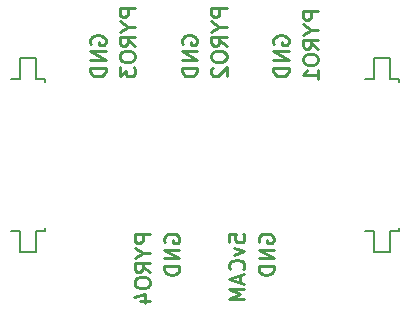
<source format=gbo>
G04 #@! TF.GenerationSoftware,KiCad,Pcbnew,no-vcs-found-d3b382c~59~ubuntu16.04.1*
G04 #@! TF.CreationDate,2017-07-25T02:28:45+01:00*
G04 #@! TF.ProjectId,breakout,627265616B6F75742E6B696361645F70,rev?*
G04 #@! TF.SameCoordinates,Original
G04 #@! TF.FileFunction,Legend,Bot*
G04 #@! TF.FilePolarity,Positive*
%FSLAX46Y46*%
G04 Gerber Fmt 4.6, Leading zero omitted, Abs format (unit mm)*
G04 Created by KiCad (PCBNEW no-vcs-found-d3b382c~59~ubuntu16.04.1) date Tue Jul 25 02:28:45 2017*
%MOMM*%
%LPD*%
G01*
G04 APERTURE LIST*
%ADD10C,0.250000*%
%ADD11C,0.150000*%
%ADD12C,1.800000*%
%ADD13C,1.200000*%
%ADD14R,2.220000X0.740000*%
G04 APERTURE END LIST*
D10*
X105850000Y-90616071D02*
X105788095Y-90492261D01*
X105788095Y-90306547D01*
X105850000Y-90120833D01*
X105973809Y-89997023D01*
X106097619Y-89935119D01*
X106345238Y-89873214D01*
X106530952Y-89873214D01*
X106778571Y-89935119D01*
X106902380Y-89997023D01*
X107026190Y-90120833D01*
X107088095Y-90306547D01*
X107088095Y-90430357D01*
X107026190Y-90616071D01*
X106964285Y-90677976D01*
X106530952Y-90677976D01*
X106530952Y-90430357D01*
X107088095Y-91235119D02*
X105788095Y-91235119D01*
X107088095Y-91977976D01*
X105788095Y-91977976D01*
X107088095Y-92597023D02*
X105788095Y-92597023D01*
X105788095Y-92906547D01*
X105850000Y-93092261D01*
X105973809Y-93216071D01*
X106097619Y-93277976D01*
X106345238Y-93339880D01*
X106530952Y-93339880D01*
X106778571Y-93277976D01*
X106902380Y-93216071D01*
X107026190Y-93092261D01*
X107088095Y-92906547D01*
X107088095Y-92597023D01*
X109588095Y-87832738D02*
X108288095Y-87832738D01*
X108288095Y-88327976D01*
X108350000Y-88451785D01*
X108411904Y-88513690D01*
X108535714Y-88575595D01*
X108721428Y-88575595D01*
X108845238Y-88513690D01*
X108907142Y-88451785D01*
X108969047Y-88327976D01*
X108969047Y-87832738D01*
X108969047Y-89380357D02*
X109588095Y-89380357D01*
X108288095Y-88947023D02*
X108969047Y-89380357D01*
X108288095Y-89813690D01*
X109588095Y-90989880D02*
X108969047Y-90556547D01*
X109588095Y-90247023D02*
X108288095Y-90247023D01*
X108288095Y-90742261D01*
X108350000Y-90866071D01*
X108411904Y-90927976D01*
X108535714Y-90989880D01*
X108721428Y-90989880D01*
X108845238Y-90927976D01*
X108907142Y-90866071D01*
X108969047Y-90742261D01*
X108969047Y-90247023D01*
X108288095Y-91794642D02*
X108288095Y-92042261D01*
X108350000Y-92166071D01*
X108473809Y-92289880D01*
X108721428Y-92351785D01*
X109154761Y-92351785D01*
X109402380Y-92289880D01*
X109526190Y-92166071D01*
X109588095Y-92042261D01*
X109588095Y-91794642D01*
X109526190Y-91670833D01*
X109402380Y-91547023D01*
X109154761Y-91485119D01*
X108721428Y-91485119D01*
X108473809Y-91547023D01*
X108350000Y-91670833D01*
X108288095Y-91794642D01*
X109588095Y-93589880D02*
X109588095Y-92847023D01*
X109588095Y-93218452D02*
X108288095Y-93218452D01*
X108473809Y-93094642D01*
X108597619Y-92970833D01*
X108659523Y-92847023D01*
X98100000Y-90616071D02*
X98038095Y-90492261D01*
X98038095Y-90306547D01*
X98100000Y-90120833D01*
X98223809Y-89997023D01*
X98347619Y-89935119D01*
X98595238Y-89873214D01*
X98780952Y-89873214D01*
X99028571Y-89935119D01*
X99152380Y-89997023D01*
X99276190Y-90120833D01*
X99338095Y-90306547D01*
X99338095Y-90430357D01*
X99276190Y-90616071D01*
X99214285Y-90677976D01*
X98780952Y-90677976D01*
X98780952Y-90430357D01*
X99338095Y-91235119D02*
X98038095Y-91235119D01*
X99338095Y-91977976D01*
X98038095Y-91977976D01*
X99338095Y-92597023D02*
X98038095Y-92597023D01*
X98038095Y-92906547D01*
X98100000Y-93092261D01*
X98223809Y-93216071D01*
X98347619Y-93277976D01*
X98595238Y-93339880D01*
X98780952Y-93339880D01*
X99028571Y-93277976D01*
X99152380Y-93216071D01*
X99276190Y-93092261D01*
X99338095Y-92906547D01*
X99338095Y-92597023D01*
X101838095Y-87582738D02*
X100538095Y-87582738D01*
X100538095Y-88077976D01*
X100600000Y-88201785D01*
X100661904Y-88263690D01*
X100785714Y-88325595D01*
X100971428Y-88325595D01*
X101095238Y-88263690D01*
X101157142Y-88201785D01*
X101219047Y-88077976D01*
X101219047Y-87582738D01*
X101219047Y-89130357D02*
X101838095Y-89130357D01*
X100538095Y-88697023D02*
X101219047Y-89130357D01*
X100538095Y-89563690D01*
X101838095Y-90739880D02*
X101219047Y-90306547D01*
X101838095Y-89997023D02*
X100538095Y-89997023D01*
X100538095Y-90492261D01*
X100600000Y-90616071D01*
X100661904Y-90677976D01*
X100785714Y-90739880D01*
X100971428Y-90739880D01*
X101095238Y-90677976D01*
X101157142Y-90616071D01*
X101219047Y-90492261D01*
X101219047Y-89997023D01*
X100538095Y-91544642D02*
X100538095Y-91792261D01*
X100600000Y-91916071D01*
X100723809Y-92039880D01*
X100971428Y-92101785D01*
X101404761Y-92101785D01*
X101652380Y-92039880D01*
X101776190Y-91916071D01*
X101838095Y-91792261D01*
X101838095Y-91544642D01*
X101776190Y-91420833D01*
X101652380Y-91297023D01*
X101404761Y-91235119D01*
X100971428Y-91235119D01*
X100723809Y-91297023D01*
X100600000Y-91420833D01*
X100538095Y-91544642D01*
X100661904Y-92597023D02*
X100600000Y-92658928D01*
X100538095Y-92782738D01*
X100538095Y-93092261D01*
X100600000Y-93216071D01*
X100661904Y-93277976D01*
X100785714Y-93339880D01*
X100909523Y-93339880D01*
X101095238Y-93277976D01*
X101838095Y-92535119D01*
X101838095Y-93339880D01*
X94088095Y-87582738D02*
X92788095Y-87582738D01*
X92788095Y-88077976D01*
X92850000Y-88201785D01*
X92911904Y-88263690D01*
X93035714Y-88325595D01*
X93221428Y-88325595D01*
X93345238Y-88263690D01*
X93407142Y-88201785D01*
X93469047Y-88077976D01*
X93469047Y-87582738D01*
X93469047Y-89130357D02*
X94088095Y-89130357D01*
X92788095Y-88697023D02*
X93469047Y-89130357D01*
X92788095Y-89563690D01*
X94088095Y-90739880D02*
X93469047Y-90306547D01*
X94088095Y-89997023D02*
X92788095Y-89997023D01*
X92788095Y-90492261D01*
X92850000Y-90616071D01*
X92911904Y-90677976D01*
X93035714Y-90739880D01*
X93221428Y-90739880D01*
X93345238Y-90677976D01*
X93407142Y-90616071D01*
X93469047Y-90492261D01*
X93469047Y-89997023D01*
X92788095Y-91544642D02*
X92788095Y-91792261D01*
X92850000Y-91916071D01*
X92973809Y-92039880D01*
X93221428Y-92101785D01*
X93654761Y-92101785D01*
X93902380Y-92039880D01*
X94026190Y-91916071D01*
X94088095Y-91792261D01*
X94088095Y-91544642D01*
X94026190Y-91420833D01*
X93902380Y-91297023D01*
X93654761Y-91235119D01*
X93221428Y-91235119D01*
X92973809Y-91297023D01*
X92850000Y-91420833D01*
X92788095Y-91544642D01*
X92788095Y-92535119D02*
X92788095Y-93339880D01*
X93283333Y-92906547D01*
X93283333Y-93092261D01*
X93345238Y-93216071D01*
X93407142Y-93277976D01*
X93530952Y-93339880D01*
X93840476Y-93339880D01*
X93964285Y-93277976D01*
X94026190Y-93216071D01*
X94088095Y-93092261D01*
X94088095Y-92720833D01*
X94026190Y-92597023D01*
X93964285Y-92535119D01*
X90350000Y-90616071D02*
X90288095Y-90492261D01*
X90288095Y-90306547D01*
X90350000Y-90120833D01*
X90473809Y-89997023D01*
X90597619Y-89935119D01*
X90845238Y-89873214D01*
X91030952Y-89873214D01*
X91278571Y-89935119D01*
X91402380Y-89997023D01*
X91526190Y-90120833D01*
X91588095Y-90306547D01*
X91588095Y-90430357D01*
X91526190Y-90616071D01*
X91464285Y-90677976D01*
X91030952Y-90677976D01*
X91030952Y-90430357D01*
X91588095Y-91235119D02*
X90288095Y-91235119D01*
X91588095Y-91977976D01*
X90288095Y-91977976D01*
X91588095Y-92597023D02*
X90288095Y-92597023D01*
X90288095Y-92906547D01*
X90350000Y-93092261D01*
X90473809Y-93216071D01*
X90597619Y-93277976D01*
X90845238Y-93339880D01*
X91030952Y-93339880D01*
X91278571Y-93277976D01*
X91402380Y-93216071D01*
X91526190Y-93092261D01*
X91588095Y-92906547D01*
X91588095Y-92597023D01*
X104600000Y-107402976D02*
X104538095Y-107279166D01*
X104538095Y-107093452D01*
X104600000Y-106907738D01*
X104723809Y-106783928D01*
X104847619Y-106722023D01*
X105095238Y-106660119D01*
X105280952Y-106660119D01*
X105528571Y-106722023D01*
X105652380Y-106783928D01*
X105776190Y-106907738D01*
X105838095Y-107093452D01*
X105838095Y-107217261D01*
X105776190Y-107402976D01*
X105714285Y-107464880D01*
X105280952Y-107464880D01*
X105280952Y-107217261D01*
X105838095Y-108022023D02*
X104538095Y-108022023D01*
X105838095Y-108764880D01*
X104538095Y-108764880D01*
X105838095Y-109383928D02*
X104538095Y-109383928D01*
X104538095Y-109693452D01*
X104600000Y-109879166D01*
X104723809Y-110002976D01*
X104847619Y-110064880D01*
X105095238Y-110126785D01*
X105280952Y-110126785D01*
X105528571Y-110064880D01*
X105652380Y-110002976D01*
X105776190Y-109879166D01*
X105838095Y-109693452D01*
X105838095Y-109383928D01*
X102038095Y-107341071D02*
X102038095Y-106722023D01*
X102657142Y-106660119D01*
X102595238Y-106722023D01*
X102533333Y-106845833D01*
X102533333Y-107155357D01*
X102595238Y-107279166D01*
X102657142Y-107341071D01*
X102780952Y-107402976D01*
X103090476Y-107402976D01*
X103214285Y-107341071D01*
X103276190Y-107279166D01*
X103338095Y-107155357D01*
X103338095Y-106845833D01*
X103276190Y-106722023D01*
X103214285Y-106660119D01*
X102471428Y-107836309D02*
X103338095Y-108145833D01*
X102471428Y-108455357D01*
X103214285Y-109693452D02*
X103276190Y-109631547D01*
X103338095Y-109445833D01*
X103338095Y-109322023D01*
X103276190Y-109136309D01*
X103152380Y-109012500D01*
X103028571Y-108950595D01*
X102780952Y-108888690D01*
X102595238Y-108888690D01*
X102347619Y-108950595D01*
X102223809Y-109012500D01*
X102100000Y-109136309D01*
X102038095Y-109322023D01*
X102038095Y-109445833D01*
X102100000Y-109631547D01*
X102161904Y-109693452D01*
X102966666Y-110188690D02*
X102966666Y-110807738D01*
X103338095Y-110064880D02*
X102038095Y-110498214D01*
X103338095Y-110931547D01*
X103338095Y-111364880D02*
X102038095Y-111364880D01*
X102966666Y-111798214D01*
X102038095Y-112231547D01*
X103338095Y-112231547D01*
X96600000Y-107402976D02*
X96538095Y-107279166D01*
X96538095Y-107093452D01*
X96600000Y-106907738D01*
X96723809Y-106783928D01*
X96847619Y-106722023D01*
X97095238Y-106660119D01*
X97280952Y-106660119D01*
X97528571Y-106722023D01*
X97652380Y-106783928D01*
X97776190Y-106907738D01*
X97838095Y-107093452D01*
X97838095Y-107217261D01*
X97776190Y-107402976D01*
X97714285Y-107464880D01*
X97280952Y-107464880D01*
X97280952Y-107217261D01*
X97838095Y-108022023D02*
X96538095Y-108022023D01*
X97838095Y-108764880D01*
X96538095Y-108764880D01*
X97838095Y-109383928D02*
X96538095Y-109383928D01*
X96538095Y-109693452D01*
X96600000Y-109879166D01*
X96723809Y-110002976D01*
X96847619Y-110064880D01*
X97095238Y-110126785D01*
X97280952Y-110126785D01*
X97528571Y-110064880D01*
X97652380Y-110002976D01*
X97776190Y-109879166D01*
X97838095Y-109693452D01*
X97838095Y-109383928D01*
X95338095Y-106722023D02*
X94038095Y-106722023D01*
X94038095Y-107217261D01*
X94100000Y-107341071D01*
X94161904Y-107402976D01*
X94285714Y-107464880D01*
X94471428Y-107464880D01*
X94595238Y-107402976D01*
X94657142Y-107341071D01*
X94719047Y-107217261D01*
X94719047Y-106722023D01*
X94719047Y-108269642D02*
X95338095Y-108269642D01*
X94038095Y-107836309D02*
X94719047Y-108269642D01*
X94038095Y-108702976D01*
X95338095Y-109879166D02*
X94719047Y-109445833D01*
X95338095Y-109136309D02*
X94038095Y-109136309D01*
X94038095Y-109631547D01*
X94100000Y-109755357D01*
X94161904Y-109817261D01*
X94285714Y-109879166D01*
X94471428Y-109879166D01*
X94595238Y-109817261D01*
X94657142Y-109755357D01*
X94719047Y-109631547D01*
X94719047Y-109136309D01*
X94038095Y-110683928D02*
X94038095Y-110931547D01*
X94100000Y-111055357D01*
X94223809Y-111179166D01*
X94471428Y-111241071D01*
X94904761Y-111241071D01*
X95152380Y-111179166D01*
X95276190Y-111055357D01*
X95338095Y-110931547D01*
X95338095Y-110683928D01*
X95276190Y-110560119D01*
X95152380Y-110436309D01*
X94904761Y-110374404D01*
X94471428Y-110374404D01*
X94223809Y-110436309D01*
X94100000Y-110560119D01*
X94038095Y-110683928D01*
X94471428Y-112355357D02*
X95338095Y-112355357D01*
X93976190Y-112045833D02*
X94904761Y-111736309D01*
X94904761Y-112541071D01*
D11*
X84315000Y-93535000D02*
X83550000Y-93535000D01*
X84315000Y-91755000D02*
X84315000Y-93535000D01*
X85685000Y-91755000D02*
X84315000Y-91755000D01*
X85685000Y-93535000D02*
X85685000Y-91755000D01*
X86450000Y-93535000D02*
X85685000Y-93535000D01*
X86450000Y-93835000D02*
X86450000Y-93535000D01*
X86450000Y-106465000D02*
X86450000Y-106165000D01*
X85685000Y-106465000D02*
X86450000Y-106465000D01*
X85685000Y-108245000D02*
X85685000Y-106465000D01*
X84315000Y-108245000D02*
X85685000Y-108245000D01*
X84315000Y-106465000D02*
X84315000Y-108245000D01*
X83550000Y-106465000D02*
X84315000Y-106465000D01*
X114315000Y-93535000D02*
X113550000Y-93535000D01*
X114315000Y-91755000D02*
X114315000Y-93535000D01*
X115685000Y-91755000D02*
X114315000Y-91755000D01*
X115685000Y-93535000D02*
X115685000Y-91755000D01*
X116450000Y-93535000D02*
X115685000Y-93535000D01*
X116450000Y-93835000D02*
X116450000Y-93535000D01*
X116450000Y-106465000D02*
X116450000Y-106165000D01*
X115685000Y-106465000D02*
X116450000Y-106465000D01*
X115685000Y-108245000D02*
X115685000Y-106465000D01*
X114315000Y-108245000D02*
X115685000Y-108245000D01*
X114315000Y-106465000D02*
X114315000Y-108245000D01*
X113550000Y-106465000D02*
X114315000Y-106465000D01*
%LPC*%
D12*
X102750000Y-105000000D03*
X105250000Y-105000000D03*
X97250000Y-105000000D03*
X94750000Y-105000000D03*
X101250000Y-95000000D03*
X98750000Y-95000000D03*
X91000000Y-95000000D03*
X93500000Y-95000000D03*
X109000000Y-95000000D03*
X106500000Y-95000000D03*
D13*
X85000000Y-92695000D03*
X85000000Y-107305000D03*
D14*
X86365000Y-105715000D03*
X83635000Y-105715000D03*
X86365000Y-104445000D03*
X83635000Y-104445000D03*
X86365000Y-103175000D03*
X83635000Y-103175000D03*
X86365000Y-101905000D03*
X83635000Y-101905000D03*
X86365000Y-100635000D03*
X83635000Y-100635000D03*
X86365000Y-99365000D03*
X83635000Y-99365000D03*
X86365000Y-98095000D03*
X83635000Y-98095000D03*
X86365000Y-96825000D03*
X83635000Y-96825000D03*
X86365000Y-95555000D03*
X83635000Y-95555000D03*
X86365000Y-94285000D03*
X83635000Y-94285000D03*
D13*
X115000000Y-92695000D03*
X115000000Y-107305000D03*
D14*
X116365000Y-105715000D03*
X113635000Y-105715000D03*
X116365000Y-104445000D03*
X113635000Y-104445000D03*
X116365000Y-103175000D03*
X113635000Y-103175000D03*
X116365000Y-101905000D03*
X113635000Y-101905000D03*
X116365000Y-100635000D03*
X113635000Y-100635000D03*
X116365000Y-99365000D03*
X113635000Y-99365000D03*
X116365000Y-98095000D03*
X113635000Y-98095000D03*
X116365000Y-96825000D03*
X113635000Y-96825000D03*
X116365000Y-95555000D03*
X113635000Y-95555000D03*
X116365000Y-94285000D03*
X113635000Y-94285000D03*
M02*

</source>
